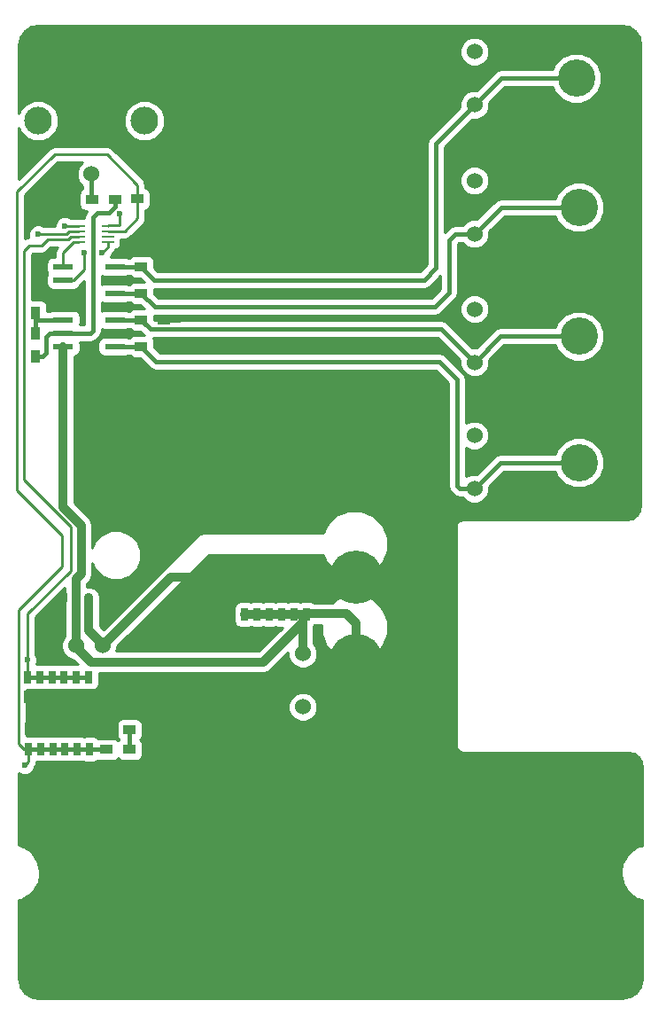
<source format=gbr>
G04 #@! TF.FileFunction,Copper,L1,Top,Signal*
%FSLAX46Y46*%
G04 Gerber Fmt 4.6, Leading zero omitted, Abs format (unit mm)*
G04 Created by KiCad (PCBNEW 4.0.7) date 04/22/18 16:27:13*
%MOMM*%
%LPD*%
G01*
G04 APERTURE LIST*
%ADD10C,0.100000*%
%ADD11C,5.080000*%
%ADD12C,1.524000*%
%ADD13R,0.850000X0.850000*%
%ADD14C,0.850000*%
%ADD15R,0.750000X1.200000*%
%ADD16R,1.200000X0.900000*%
%ADD17C,2.641600*%
%ADD18R,0.900000X1.200000*%
%ADD19R,1.981200X0.558800*%
%ADD20R,1.168400X0.254000*%
%ADD21C,3.810000*%
%ADD22C,3.556000*%
%ADD23C,0.600000*%
%ADD24C,0.812800*%
%ADD25C,0.406400*%
%ADD26C,0.254000*%
G04 APERTURE END LIST*
D10*
D11*
X142748000Y-167261000D03*
X142748000Y-175260000D03*
X142748000Y-183261000D03*
D12*
X137703560Y-174594520D03*
X137703560Y-177134520D03*
X137703560Y-179674520D03*
X118567200Y-173812200D03*
X116027200Y-173812200D03*
X113487200Y-173812200D03*
D13*
X114757200Y-169265600D03*
D14*
X116007200Y-169265600D03*
X117257200Y-169265600D03*
D15*
X112631220Y-183680140D03*
X112631220Y-181780140D03*
X112552480Y-176816980D03*
X112552480Y-178716980D03*
X133324600Y-170825200D03*
X133324600Y-168925200D03*
X114968020Y-183680140D03*
X114968020Y-181780140D03*
X111384080Y-176816980D03*
X111384080Y-178716980D03*
X134493000Y-170825200D03*
X134493000Y-168925200D03*
X113799620Y-183680140D03*
X113799620Y-181780140D03*
X117200680Y-176816980D03*
X117200680Y-178716980D03*
X135661400Y-170825200D03*
X135661400Y-168925200D03*
X117304820Y-183705540D03*
X117304820Y-181805540D03*
X113720880Y-176816980D03*
X113720880Y-178716980D03*
X136829800Y-170825200D03*
X136829800Y-168925200D03*
X116136420Y-183680140D03*
X116136420Y-181780140D03*
X114863880Y-176816980D03*
X114863880Y-178716980D03*
X138023600Y-170825200D03*
X138023600Y-168925200D03*
X111462820Y-183680140D03*
X111462820Y-181780140D03*
X116032280Y-176816980D03*
X116032280Y-178716980D03*
X132130800Y-170850600D03*
X132130800Y-168950600D03*
D16*
X118945300Y-181864000D03*
X121145300Y-181864000D03*
D12*
X117475000Y-128778000D03*
X114935000Y-128778000D03*
D17*
X112395000Y-123698000D03*
X122555000Y-123698000D03*
D16*
X122255100Y-145249900D03*
X124455100Y-145249900D03*
X122255100Y-142709900D03*
X124455100Y-142709900D03*
X122255100Y-140169900D03*
X124455100Y-140169900D03*
X122255100Y-137629900D03*
X124455100Y-137629900D03*
X121145300Y-183743600D03*
X118945300Y-183743600D03*
X124091880Y-131150360D03*
X121891880Y-131150360D03*
D18*
X112179100Y-146222900D03*
X112179100Y-144022900D03*
X112179100Y-142031900D03*
X112179100Y-139831900D03*
D16*
X119743400Y-131216400D03*
X117543400Y-131216400D03*
D19*
X119722900Y-145249900D03*
X119722900Y-143979900D03*
X119722900Y-142709900D03*
X119722900Y-141439900D03*
X119722900Y-140169900D03*
X119722900Y-138899900D03*
X119722900Y-137629900D03*
X114795300Y-137629900D03*
X114795300Y-138899900D03*
X114795300Y-140169900D03*
X114795300Y-141439900D03*
X114795300Y-142709900D03*
X114795300Y-143979900D03*
X114795300Y-145249900D03*
D20*
X119062500Y-135243001D03*
X119062500Y-134743000D03*
X119062500Y-134243000D03*
X119062500Y-133742999D03*
X116319300Y-133742999D03*
X116319300Y-134243000D03*
X116319300Y-134743000D03*
X116319300Y-135243001D03*
D21*
X160909000Y-128778000D03*
D22*
X164084000Y-131953000D03*
D21*
X167259000Y-128778000D03*
X160909000Y-135128000D03*
X167259000Y-135128000D03*
X160909000Y-141097000D03*
D22*
X164084000Y-144272000D03*
D21*
X167259000Y-141097000D03*
X160909000Y-147447000D03*
X167259000Y-147447000D03*
X160909000Y-153162000D03*
D22*
X164084000Y-156337000D03*
D21*
X167259000Y-153162000D03*
X160909000Y-159512000D03*
X167259000Y-159512000D03*
X160655000Y-116459000D03*
D22*
X163830000Y-119634000D03*
D21*
X167005000Y-116459000D03*
X160655000Y-122809000D03*
X167005000Y-122809000D03*
D12*
X154114500Y-122174000D03*
X154114500Y-119634000D03*
X154114500Y-117094000D03*
X154114500Y-134493000D03*
X154114500Y-131953000D03*
X154114500Y-129413000D03*
X154114500Y-146748500D03*
X154114500Y-144208500D03*
X154114500Y-141668500D03*
X154114500Y-158813500D03*
X154114500Y-156273500D03*
X154114500Y-153733500D03*
D23*
X129641600Y-168960800D03*
X125933200Y-131140200D03*
X112191800Y-137464800D03*
X126060200Y-142494000D03*
X136347200Y-140157200D03*
X126415800Y-137617200D03*
X126415800Y-145211800D03*
X111130080Y-185257440D03*
X111384080Y-175158400D03*
X112392460Y-134543800D03*
X114940080Y-133731000D03*
X120167400Y-132603240D03*
X116761260Y-136291320D03*
X118521480Y-136319260D03*
D24*
X118567200Y-173812200D02*
X125118400Y-167261000D01*
X125118400Y-167261000D02*
X142748000Y-167261000D01*
X118567200Y-173812200D02*
X118567200Y-173695360D01*
X118567200Y-173695360D02*
X117257200Y-172385360D01*
X117257200Y-172385360D02*
X117257200Y-169265600D01*
X138023600Y-170825200D02*
X138059200Y-170789600D01*
X138059200Y-170789600D02*
X141869702Y-170789600D01*
X141869702Y-170789600D02*
X142748000Y-171667898D01*
X142748000Y-171667898D02*
X142748000Y-175260000D01*
X116007200Y-169265600D02*
X116007200Y-167456800D01*
X114795300Y-160591500D02*
X114795300Y-145249900D01*
X116535200Y-162331400D02*
X114795300Y-160591500D01*
X116535200Y-166928800D02*
X116535200Y-162331400D01*
X116007200Y-167456800D02*
X116535200Y-166928800D01*
X116027200Y-173812200D02*
X116027200Y-173946820D01*
X116027200Y-173946820D02*
X117454680Y-175374300D01*
X133921500Y-175374300D02*
X137703560Y-171592240D01*
X117454680Y-175374300D02*
X133921500Y-175374300D01*
X137703560Y-174594520D02*
X137703560Y-171592240D01*
X137703560Y-171592240D02*
X137703560Y-171145240D01*
X137703560Y-171145240D02*
X138023600Y-170825200D01*
X116007200Y-169265600D02*
X116007200Y-173792200D01*
X116007200Y-173792200D02*
X116027200Y-173812200D01*
X132130800Y-170850600D02*
X133299200Y-170850600D01*
X133299200Y-170850600D02*
X133324600Y-170825200D01*
X133324600Y-170825200D02*
X135661400Y-170825200D01*
X135661400Y-170825200D02*
X136829800Y-170825200D01*
X136829800Y-170825200D02*
X138023600Y-170825200D01*
D25*
X132130800Y-168950600D02*
X129651800Y-168950600D01*
X129651800Y-168950600D02*
X129641600Y-168960800D01*
D26*
X124091880Y-131150360D02*
X125923040Y-131150360D01*
X125923040Y-131150360D02*
X125933200Y-131140200D01*
X112179100Y-139831900D02*
X112179100Y-137477500D01*
X112179100Y-137477500D02*
X112191800Y-137464800D01*
D25*
X124455100Y-142709900D02*
X125844300Y-142709900D01*
X125844300Y-142709900D02*
X126060200Y-142494000D01*
X124455100Y-142709900D02*
X125461500Y-142709900D01*
X124455100Y-140169900D02*
X136334500Y-140169900D01*
X136334500Y-140169900D02*
X136347200Y-140157200D01*
X124455100Y-137629900D02*
X126403100Y-137629900D01*
X126403100Y-137629900D02*
X126415800Y-137617200D01*
X124455100Y-145249900D02*
X126377700Y-145249900D01*
X126377700Y-145249900D02*
X126415800Y-145211800D01*
X111462820Y-183680140D02*
X112631220Y-183680140D01*
X112631220Y-183680140D02*
X113799620Y-183680140D01*
X113799620Y-183680140D02*
X114968020Y-183680140D01*
X114968020Y-183680140D02*
X116136420Y-183680140D01*
X116136420Y-183680140D02*
X116161820Y-183705540D01*
X116161820Y-183705540D02*
X118907240Y-183705540D01*
X118907240Y-183705540D02*
X118945300Y-183743600D01*
D26*
X111462820Y-183680140D02*
X111462820Y-184924700D01*
X111462820Y-184924700D02*
X111130080Y-185257440D01*
X121891880Y-131150360D02*
X121891880Y-133022520D01*
X120671400Y-134243000D02*
X119062500Y-134243000D01*
X121891880Y-133022520D02*
X120671400Y-134243000D01*
X113967260Y-126903480D02*
X118968520Y-126903480D01*
X110380780Y-130489960D02*
X113967260Y-126903480D01*
X110380780Y-136108440D02*
X110380780Y-130489960D01*
X121891880Y-129826840D02*
X121891880Y-131150360D01*
X118968520Y-126903480D02*
X121891880Y-129826840D01*
X110528100Y-159143700D02*
X110528100Y-159138620D01*
X111015820Y-183680140D02*
X110530640Y-183194960D01*
X110530640Y-183194960D02*
X110530640Y-170535600D01*
X111462820Y-183680140D02*
X111015820Y-183680140D01*
X110530640Y-170380660D02*
X114642900Y-166268400D01*
X114642900Y-166268400D02*
X114642900Y-163258500D01*
X114642900Y-163258500D02*
X110528100Y-159143700D01*
X110530640Y-170535600D02*
X110530640Y-170380660D01*
X110380780Y-158991300D02*
X110380780Y-136108440D01*
X110380780Y-136108440D02*
X110380780Y-136098280D01*
X110528100Y-159138620D02*
X110380780Y-158991300D01*
X121706640Y-131335600D02*
X121891880Y-131150360D01*
X111005620Y-157972760D02*
X111005620Y-136144000D01*
X112707420Y-135577580D02*
X111572040Y-135577580D01*
X111572040Y-135577580D02*
X111005620Y-136144000D01*
X111384080Y-175158400D02*
X111384080Y-170784520D01*
X111384080Y-170784520D02*
X115519200Y-166649400D01*
X115519200Y-166649400D02*
X115519200Y-162486340D01*
X115519200Y-162486340D02*
X111005620Y-157972760D01*
X115265297Y-134997810D02*
X115520107Y-134743000D01*
X115520107Y-134743000D02*
X116319300Y-134743000D01*
X113287190Y-134997810D02*
X115265297Y-134997810D01*
X112707420Y-135577580D02*
X113287190Y-134997810D01*
D25*
X111384080Y-176816980D02*
X112552480Y-176816980D01*
X112552480Y-176816980D02*
X113720880Y-176816980D01*
X113720880Y-176816980D02*
X114863880Y-176816980D01*
X114863880Y-176816980D02*
X116032280Y-176816980D01*
X116032280Y-176816980D02*
X117200680Y-176816980D01*
D26*
X116319300Y-134743000D02*
X115640040Y-134743000D01*
X111384080Y-176816980D02*
X111384080Y-175158400D01*
D25*
X121145300Y-183743600D02*
X121145300Y-181864000D01*
X152463500Y-158559500D02*
X152717500Y-158813500D01*
X152717500Y-158813500D02*
X154114500Y-158813500D01*
X152463500Y-148399500D02*
X152463500Y-158559500D01*
X150749000Y-146685000D02*
X152463500Y-148399500D01*
X123690200Y-146685000D02*
X150749000Y-146685000D01*
X154114500Y-158813500D02*
X156591000Y-156337000D01*
X156591000Y-156337000D02*
X164084000Y-156337000D01*
X123690200Y-146685000D02*
X122255100Y-145249900D01*
X122255100Y-145249900D02*
X119722900Y-145249900D01*
X123118700Y-143573500D02*
X150939500Y-143573500D01*
X150939500Y-143573500D02*
X154114500Y-146748500D01*
X154114500Y-146748500D02*
X156591000Y-144272000D01*
X156591000Y-144272000D02*
X164084000Y-144272000D01*
X123118700Y-143573500D02*
X122255100Y-142709900D01*
X119722900Y-142709900D02*
X122255100Y-142709900D01*
X122255100Y-140169900D02*
X123542880Y-141457680D01*
X123542880Y-141457680D02*
X150324820Y-141457680D01*
X150324820Y-141457680D02*
X151701500Y-140081000D01*
X151701500Y-140081000D02*
X151701500Y-135064500D01*
X151701500Y-135064500D02*
X152273000Y-134493000D01*
X152273000Y-134493000D02*
X154114500Y-134493000D01*
X154114500Y-134493000D02*
X156654500Y-131953000D01*
X156654500Y-131953000D02*
X164084000Y-131953000D01*
X119722900Y-140169900D02*
X122255100Y-140169900D01*
X150431500Y-137731500D02*
X150431500Y-125857000D01*
X150431500Y-125857000D02*
X154114500Y-122174000D01*
X149273260Y-138889740D02*
X150431500Y-137731500D01*
X123514940Y-138889740D02*
X149273260Y-138889740D01*
X154114500Y-122174000D02*
X156654500Y-119634000D01*
X156654500Y-119634000D02*
X163830000Y-119634000D01*
X123514940Y-138889740D02*
X122255100Y-137629900D01*
X119722900Y-137629900D02*
X122255100Y-137629900D01*
D26*
X115378040Y-134243000D02*
X115077240Y-134543800D01*
X115077240Y-134543800D02*
X112392460Y-134543800D01*
X116319300Y-134243000D02*
X115378040Y-134243000D01*
D25*
X114795300Y-143979900D02*
X117348000Y-143979900D01*
X119743400Y-131907100D02*
X119743400Y-131216400D01*
X119176800Y-132473700D02*
X119743400Y-131907100D01*
X118071900Y-132473700D02*
X119176800Y-132473700D01*
X117614700Y-132930900D02*
X118071900Y-132473700D01*
X117614700Y-143713200D02*
X117614700Y-132930900D01*
X117348000Y-143979900D02*
X117614700Y-143713200D01*
X114795300Y-143979900D02*
X113535460Y-143979900D01*
X112816460Y-146222900D02*
X112179100Y-146222900D01*
X113141760Y-145897600D02*
X112816460Y-146222900D01*
X113141760Y-144373600D02*
X113141760Y-145897600D01*
X113535460Y-143979900D02*
X113141760Y-144373600D01*
X114795300Y-142709900D02*
X112181640Y-142709900D01*
X112181640Y-142709900D02*
X112179100Y-142707360D01*
X112179100Y-142031900D02*
X112179100Y-142707360D01*
X112179100Y-142707360D02*
X112179100Y-144022900D01*
X117475000Y-128778000D02*
X117475000Y-131148000D01*
X117475000Y-131148000D02*
X117543400Y-131216400D01*
D26*
X114952079Y-133742999D02*
X114940080Y-133731000D01*
X116319300Y-133742999D02*
X114952079Y-133742999D01*
X119111461Y-133694038D02*
X120167400Y-133694038D01*
X120167400Y-133694038D02*
X120167400Y-132603240D01*
X119111461Y-133694038D02*
X119062500Y-133742999D01*
X116319300Y-135243001D02*
X115820759Y-135243001D01*
X115820759Y-135243001D02*
X114795300Y-136268460D01*
X114795300Y-136268460D02*
X114795300Y-137629900D01*
X114795300Y-138899900D02*
X115773200Y-138899900D01*
X115773200Y-138899900D02*
X116761260Y-137911840D01*
X116761260Y-137911840D02*
X116761260Y-136291320D01*
X118521480Y-136319260D02*
X119062500Y-135778240D01*
X119062500Y-135778240D02*
X119062500Y-135243001D01*
G36*
X168868389Y-114730352D02*
X169457570Y-115124030D01*
X169851248Y-115713211D01*
X170003400Y-116478131D01*
X170003400Y-160360950D01*
X169896228Y-160937298D01*
X169617962Y-161365236D01*
X169197113Y-161654112D01*
X168632387Y-161773800D01*
X153035000Y-161773800D01*
X152763295Y-161827846D01*
X152532954Y-161981754D01*
X152379046Y-162212095D01*
X152325000Y-162483800D01*
X152325000Y-183311800D01*
X152379046Y-183583505D01*
X152532954Y-183813846D01*
X152763295Y-183967754D01*
X153035000Y-184021800D01*
X168817622Y-184021800D01*
X169359736Y-184165300D01*
X169766830Y-184475718D01*
X170024140Y-184918289D01*
X170105256Y-185520315D01*
X170105000Y-185521600D01*
X170105000Y-192891123D01*
X169866714Y-192941625D01*
X169646380Y-193036134D01*
X169612118Y-193050830D01*
X168958396Y-193499553D01*
X168860475Y-193599953D01*
X168764972Y-193697874D01*
X168332730Y-194362608D01*
X168332730Y-194362609D01*
X168229923Y-194619854D01*
X168095111Y-195344842D01*
X168086643Y-195365286D01*
X168086643Y-195390382D01*
X168084966Y-195399400D01*
X168086642Y-195533495D01*
X168086642Y-195642314D01*
X168088094Y-195649614D01*
X168088429Y-195676407D01*
X168097743Y-195698121D01*
X168241319Y-196419927D01*
X168289247Y-196535634D01*
X168347334Y-196675868D01*
X168787816Y-197335096D01*
X168983704Y-197530984D01*
X169642932Y-197971467D01*
X169770903Y-198024474D01*
X169898873Y-198077481D01*
X170105000Y-198118482D01*
X170105000Y-205593869D01*
X169952848Y-206358789D01*
X169559170Y-206947970D01*
X168969989Y-207341648D01*
X168205069Y-207493800D01*
X112508568Y-207493800D01*
X111845421Y-207375625D01*
X111728259Y-207352320D01*
X111136414Y-206973757D01*
X110730919Y-206392403D01*
X110603164Y-205811133D01*
X110565000Y-205619273D01*
X110565000Y-198116477D01*
X110803286Y-198065975D01*
X110930584Y-198011372D01*
X111057882Y-197956770D01*
X111711604Y-197508047D01*
X111880284Y-197335096D01*
X111905028Y-197309726D01*
X112337271Y-196644991D01*
X112440077Y-196387746D01*
X112574889Y-195662756D01*
X112583357Y-195642313D01*
X112583357Y-195617219D01*
X112585034Y-195608200D01*
X112583357Y-195474056D01*
X112583357Y-195365285D01*
X112581906Y-195357990D01*
X112581571Y-195331193D01*
X112572256Y-195309476D01*
X112428681Y-194587673D01*
X112375673Y-194459702D01*
X112322667Y-194331732D01*
X111882184Y-193672504D01*
X111686296Y-193476616D01*
X111027068Y-193036134D01*
X110952104Y-193005083D01*
X110771127Y-192930119D01*
X110565000Y-192889118D01*
X110565000Y-186014818D01*
X110599753Y-186049632D01*
X110943281Y-186192278D01*
X111315247Y-186192602D01*
X111659023Y-186050557D01*
X111922272Y-185787767D01*
X112064918Y-185444239D01*
X112064984Y-185368708D01*
X112166816Y-185216305D01*
X112187159Y-185114032D01*
X112224820Y-184924700D01*
X112224820Y-184921221D01*
X112256220Y-184927580D01*
X113006220Y-184927580D01*
X113223100Y-184886771D01*
X113424620Y-184927580D01*
X114174620Y-184927580D01*
X114391500Y-184886771D01*
X114593020Y-184927580D01*
X115343020Y-184927580D01*
X115559900Y-184886771D01*
X115761420Y-184927580D01*
X116511420Y-184927580D01*
X116671364Y-184897484D01*
X116677930Y-184901971D01*
X116929820Y-184952980D01*
X117679820Y-184952980D01*
X117915137Y-184908702D01*
X118098086Y-184790978D01*
X118345300Y-184841040D01*
X119545300Y-184841040D01*
X119780617Y-184796762D01*
X119996741Y-184657690D01*
X120044434Y-184587889D01*
X120081210Y-184645041D01*
X120293410Y-184790031D01*
X120545300Y-184841040D01*
X121745300Y-184841040D01*
X121980617Y-184796762D01*
X122196741Y-184657690D01*
X122341731Y-184445490D01*
X122392740Y-184193600D01*
X122392740Y-183293600D01*
X122348462Y-183058283D01*
X122209390Y-182842159D01*
X122154965Y-182804972D01*
X122196741Y-182778090D01*
X122341731Y-182565890D01*
X122392740Y-182314000D01*
X122392740Y-181414000D01*
X122348462Y-181178683D01*
X122209390Y-180962559D01*
X121997190Y-180817569D01*
X121745300Y-180766560D01*
X120545300Y-180766560D01*
X120309983Y-180810838D01*
X120093859Y-180949910D01*
X119948869Y-181162110D01*
X119897860Y-181414000D01*
X119897860Y-182314000D01*
X119942138Y-182549317D01*
X120081210Y-182765441D01*
X120135635Y-182802628D01*
X120093859Y-182829510D01*
X120046166Y-182899311D01*
X120009390Y-182842159D01*
X119797190Y-182697169D01*
X119545300Y-182646160D01*
X118345300Y-182646160D01*
X118161104Y-182680819D01*
X118143910Y-182654099D01*
X117931710Y-182509109D01*
X117679820Y-182458100D01*
X116929820Y-182458100D01*
X116769876Y-182488196D01*
X116763310Y-182483709D01*
X116511420Y-182432700D01*
X115761420Y-182432700D01*
X115544540Y-182473509D01*
X115343020Y-182432700D01*
X114593020Y-182432700D01*
X114376140Y-182473509D01*
X114174620Y-182432700D01*
X113424620Y-182432700D01*
X113207740Y-182473509D01*
X113006220Y-182432700D01*
X112256220Y-182432700D01*
X112039340Y-182473509D01*
X111837820Y-182432700D01*
X111292640Y-182432700D01*
X111292640Y-179951181D01*
X136306318Y-179951181D01*
X136518550Y-180464823D01*
X136911190Y-180858149D01*
X137424460Y-181071277D01*
X137980221Y-181071762D01*
X138493863Y-180859530D01*
X138887189Y-180466890D01*
X139100317Y-179953620D01*
X139100802Y-179397859D01*
X138888570Y-178884217D01*
X138495930Y-178490891D01*
X137982660Y-178277763D01*
X137426899Y-178277278D01*
X136913257Y-178489510D01*
X136519931Y-178882150D01*
X136306803Y-179395420D01*
X136306318Y-179951181D01*
X111292640Y-179951181D01*
X111292640Y-178064420D01*
X111759080Y-178064420D01*
X111975960Y-178023611D01*
X112177480Y-178064420D01*
X112927480Y-178064420D01*
X113144360Y-178023611D01*
X113345880Y-178064420D01*
X114095880Y-178064420D01*
X114299594Y-178026089D01*
X114488880Y-178064420D01*
X115238880Y-178064420D01*
X115455760Y-178023611D01*
X115657280Y-178064420D01*
X116407280Y-178064420D01*
X116624160Y-178023611D01*
X116825680Y-178064420D01*
X117575680Y-178064420D01*
X117810997Y-178020142D01*
X118027121Y-177881070D01*
X118172111Y-177668870D01*
X118223120Y-177416980D01*
X118223120Y-176415700D01*
X133921500Y-176415700D01*
X134320027Y-176336428D01*
X134657881Y-176110681D01*
X136306675Y-174461887D01*
X136306318Y-174871181D01*
X136518550Y-175384823D01*
X136911190Y-175778149D01*
X137424460Y-175991277D01*
X137980221Y-175991762D01*
X138493863Y-175779530D01*
X138887189Y-175386890D01*
X139100317Y-174873620D01*
X139100802Y-174317859D01*
X138888570Y-173804217D01*
X138744960Y-173660356D01*
X138744960Y-171956908D01*
X138850041Y-171889290D01*
X138889869Y-171831000D01*
X139471619Y-171831000D01*
X139470850Y-172712776D01*
X139953196Y-173880143D01*
X140845559Y-174774065D01*
X142012083Y-175258448D01*
X143275176Y-175259550D01*
X144442543Y-174777204D01*
X145336465Y-173884841D01*
X145820848Y-172718317D01*
X145821950Y-171455224D01*
X145339604Y-170287857D01*
X144447241Y-169393935D01*
X143280717Y-168909552D01*
X142017624Y-168908450D01*
X140850257Y-169390796D01*
X140492229Y-169748200D01*
X138825283Y-169748200D01*
X138650490Y-169628769D01*
X138398600Y-169577760D01*
X137648600Y-169577760D01*
X137418554Y-169621046D01*
X137204800Y-169577760D01*
X136454800Y-169577760D01*
X136237920Y-169618569D01*
X136036400Y-169577760D01*
X135286400Y-169577760D01*
X135069520Y-169618569D01*
X134868000Y-169577760D01*
X134118000Y-169577760D01*
X133901120Y-169618569D01*
X133699600Y-169577760D01*
X132949600Y-169577760D01*
X132714283Y-169622038D01*
X132686693Y-169639792D01*
X132505800Y-169603160D01*
X131755800Y-169603160D01*
X131520483Y-169647438D01*
X131304359Y-169786510D01*
X131159369Y-169998710D01*
X131108360Y-170250600D01*
X131108360Y-170755282D01*
X131089400Y-170850600D01*
X131108360Y-170945918D01*
X131108360Y-171450600D01*
X131152638Y-171685917D01*
X131291710Y-171902041D01*
X131503910Y-172047031D01*
X131755800Y-172098040D01*
X132505800Y-172098040D01*
X132741117Y-172053762D01*
X132768707Y-172036008D01*
X132949600Y-172072640D01*
X133699600Y-172072640D01*
X133916480Y-172031831D01*
X134118000Y-172072640D01*
X134868000Y-172072640D01*
X135084880Y-172031831D01*
X135286400Y-172072640D01*
X135750398Y-172072640D01*
X133490138Y-174332900D01*
X119863636Y-174332900D01*
X119963957Y-174091300D01*
X119964134Y-173888028D01*
X128725762Y-165126400D01*
X139641343Y-165126400D01*
X139953196Y-165881143D01*
X140845559Y-166775065D01*
X142012083Y-167259448D01*
X143275176Y-167260550D01*
X144442543Y-166778204D01*
X145336465Y-165885841D01*
X145820848Y-164719317D01*
X145821950Y-163456224D01*
X145339604Y-162288857D01*
X144447241Y-161394935D01*
X143280717Y-160910552D01*
X142017624Y-160909450D01*
X140850257Y-161391796D01*
X139956335Y-162284159D01*
X139640988Y-163043600D01*
X128294400Y-163043600D01*
X127895873Y-163122872D01*
X127558019Y-163348619D01*
X118625620Y-172281018D01*
X118298600Y-171953998D01*
X118298600Y-169521723D01*
X118317016Y-169477372D01*
X118317384Y-169055678D01*
X118156349Y-168665942D01*
X117858426Y-168367499D01*
X117468972Y-168205784D01*
X117048600Y-168205417D01*
X117048600Y-167888162D01*
X117271581Y-167665181D01*
X117497329Y-167327326D01*
X117576600Y-166928800D01*
X117576600Y-165885129D01*
X117835323Y-166511286D01*
X118498622Y-167175744D01*
X119365708Y-167535789D01*
X120304573Y-167536609D01*
X121172286Y-167178077D01*
X121836744Y-166514778D01*
X122196789Y-165647692D01*
X122197609Y-164708827D01*
X121839077Y-163841114D01*
X121175778Y-163176656D01*
X120308692Y-162816611D01*
X119369827Y-162815791D01*
X118502114Y-163174323D01*
X117837656Y-163837622D01*
X117576600Y-164466316D01*
X117576600Y-162331400D01*
X117497328Y-161932873D01*
X117271581Y-161595019D01*
X115836700Y-160160138D01*
X115836700Y-146167181D01*
X116021217Y-146132462D01*
X116237341Y-145993390D01*
X116382331Y-145781190D01*
X116433340Y-145529300D01*
X116433340Y-144970500D01*
X116404664Y-144818100D01*
X117348000Y-144818100D01*
X117668766Y-144754296D01*
X117940697Y-144572597D01*
X118207397Y-144305897D01*
X118389096Y-144033965D01*
X118452900Y-143713200D01*
X118452900Y-143566934D01*
X118480410Y-143585731D01*
X118732300Y-143636740D01*
X120713500Y-143636740D01*
X120948817Y-143592462D01*
X121017757Y-143548100D01*
X121150316Y-143548100D01*
X121191010Y-143611341D01*
X121403210Y-143756331D01*
X121655100Y-143807340D01*
X122167146Y-143807340D01*
X122512266Y-144152460D01*
X121655100Y-144152460D01*
X121419783Y-144196738D01*
X121203659Y-144335810D01*
X121151806Y-144411700D01*
X121020465Y-144411700D01*
X120965390Y-144374069D01*
X120713500Y-144323060D01*
X118732300Y-144323060D01*
X118496983Y-144367338D01*
X118280859Y-144506410D01*
X118135869Y-144718610D01*
X118084860Y-144970500D01*
X118084860Y-145529300D01*
X118129138Y-145764617D01*
X118268210Y-145980741D01*
X118480410Y-146125731D01*
X118732300Y-146176740D01*
X120713500Y-146176740D01*
X120948817Y-146132462D01*
X121017757Y-146088100D01*
X121150316Y-146088100D01*
X121191010Y-146151341D01*
X121403210Y-146296331D01*
X121655100Y-146347340D01*
X122167146Y-146347340D01*
X123097503Y-147277697D01*
X123369435Y-147459396D01*
X123690200Y-147523200D01*
X150401806Y-147523200D01*
X151625300Y-148746694D01*
X151625300Y-158559500D01*
X151689104Y-158880266D01*
X151870803Y-159152197D01*
X152124803Y-159406197D01*
X152396734Y-159587896D01*
X152717500Y-159651700D01*
X152977303Y-159651700D01*
X153322130Y-159997129D01*
X153835400Y-160210257D01*
X154391161Y-160210742D01*
X154904803Y-159998510D01*
X155298129Y-159605870D01*
X155511257Y-159092600D01*
X155511685Y-158601709D01*
X156938194Y-157175200D01*
X161819468Y-157175200D01*
X162037166Y-157702069D01*
X162715361Y-158381449D01*
X163601919Y-158749580D01*
X164561870Y-158750417D01*
X165449069Y-158383834D01*
X166128449Y-157705639D01*
X166496580Y-156819081D01*
X166497417Y-155859130D01*
X166130834Y-154971931D01*
X165452639Y-154292551D01*
X164566081Y-153924420D01*
X163606130Y-153923583D01*
X162718931Y-154290166D01*
X162039551Y-154968361D01*
X161819294Y-155498800D01*
X156591000Y-155498800D01*
X156270235Y-155562604D01*
X155998303Y-155744303D01*
X154325922Y-157416684D01*
X153837839Y-157416258D01*
X153324197Y-157628490D01*
X153301700Y-157650948D01*
X153301700Y-154896663D01*
X153322130Y-154917129D01*
X153835400Y-155130257D01*
X154391161Y-155130742D01*
X154904803Y-154918510D01*
X155298129Y-154525870D01*
X155511257Y-154012600D01*
X155511742Y-153456839D01*
X155299510Y-152943197D01*
X154906870Y-152549871D01*
X154393600Y-152336743D01*
X153837839Y-152336258D01*
X153324197Y-152548490D01*
X153301700Y-152570948D01*
X153301700Y-148399500D01*
X153237896Y-148078734D01*
X153056197Y-147806803D01*
X151341697Y-146092303D01*
X151069766Y-145910604D01*
X150749000Y-145846800D01*
X124037394Y-145846800D01*
X123502540Y-145311946D01*
X123502540Y-144799900D01*
X123458262Y-144564583D01*
X123359884Y-144411700D01*
X150592306Y-144411700D01*
X152717684Y-146537078D01*
X152717258Y-147025161D01*
X152929490Y-147538803D01*
X153322130Y-147932129D01*
X153835400Y-148145257D01*
X154391161Y-148145742D01*
X154904803Y-147933510D01*
X155298129Y-147540870D01*
X155511257Y-147027600D01*
X155511685Y-146536709D01*
X156938194Y-145110200D01*
X161819468Y-145110200D01*
X162037166Y-145637069D01*
X162715361Y-146316449D01*
X163601919Y-146684580D01*
X164561870Y-146685417D01*
X165449069Y-146318834D01*
X166128449Y-145640639D01*
X166496580Y-144754081D01*
X166497417Y-143794130D01*
X166130834Y-142906931D01*
X165452639Y-142227551D01*
X164566081Y-141859420D01*
X163606130Y-141858583D01*
X162718931Y-142225166D01*
X162039551Y-142903361D01*
X161819294Y-143433800D01*
X156591000Y-143433800D01*
X156270235Y-143497604D01*
X155998303Y-143679303D01*
X154325922Y-145351684D01*
X153902709Y-145351315D01*
X151532197Y-142980803D01*
X151260266Y-142799104D01*
X150939500Y-142735300D01*
X123502540Y-142735300D01*
X123502540Y-142287856D01*
X123542880Y-142295880D01*
X150324820Y-142295880D01*
X150645586Y-142232076D01*
X150917517Y-142050377D01*
X151022733Y-141945161D01*
X152717258Y-141945161D01*
X152929490Y-142458803D01*
X153322130Y-142852129D01*
X153835400Y-143065257D01*
X154391161Y-143065742D01*
X154904803Y-142853510D01*
X155298129Y-142460870D01*
X155511257Y-141947600D01*
X155511742Y-141391839D01*
X155299510Y-140878197D01*
X154906870Y-140484871D01*
X154393600Y-140271743D01*
X153837839Y-140271258D01*
X153324197Y-140483490D01*
X152930871Y-140876130D01*
X152717743Y-141389400D01*
X152717258Y-141945161D01*
X151022733Y-141945161D01*
X152294197Y-140673697D01*
X152475896Y-140401765D01*
X152539700Y-140081000D01*
X152539700Y-135411694D01*
X152620194Y-135331200D01*
X152977303Y-135331200D01*
X153322130Y-135676629D01*
X153835400Y-135889757D01*
X154391161Y-135890242D01*
X154904803Y-135678010D01*
X155298129Y-135285370D01*
X155511257Y-134772100D01*
X155511685Y-134281209D01*
X157001694Y-132791200D01*
X161819468Y-132791200D01*
X162037166Y-133318069D01*
X162715361Y-133997449D01*
X163601919Y-134365580D01*
X164561870Y-134366417D01*
X165449069Y-133999834D01*
X166128449Y-133321639D01*
X166496580Y-132435081D01*
X166497417Y-131475130D01*
X166130834Y-130587931D01*
X165452639Y-129908551D01*
X164566081Y-129540420D01*
X163606130Y-129539583D01*
X162718931Y-129906166D01*
X162039551Y-130584361D01*
X161819294Y-131114800D01*
X156654500Y-131114800D01*
X156333735Y-131178604D01*
X156130497Y-131314403D01*
X156061803Y-131360303D01*
X154325922Y-133096184D01*
X153837839Y-133095758D01*
X153324197Y-133307990D01*
X152976781Y-133654800D01*
X152273000Y-133654800D01*
X151952234Y-133718604D01*
X151680303Y-133900303D01*
X151269700Y-134310906D01*
X151269700Y-129689661D01*
X152717258Y-129689661D01*
X152929490Y-130203303D01*
X153322130Y-130596629D01*
X153835400Y-130809757D01*
X154391161Y-130810242D01*
X154904803Y-130598010D01*
X155298129Y-130205370D01*
X155511257Y-129692100D01*
X155511742Y-129136339D01*
X155299510Y-128622697D01*
X154906870Y-128229371D01*
X154393600Y-128016243D01*
X153837839Y-128015758D01*
X153324197Y-128227990D01*
X152930871Y-128620630D01*
X152717743Y-129133900D01*
X152717258Y-129689661D01*
X151269700Y-129689661D01*
X151269700Y-126204194D01*
X153903078Y-123570816D01*
X154391161Y-123571242D01*
X154904803Y-123359010D01*
X155298129Y-122966370D01*
X155511257Y-122453100D01*
X155511685Y-121962209D01*
X157001694Y-120472200D01*
X161565468Y-120472200D01*
X161783166Y-120999069D01*
X162461361Y-121678449D01*
X163347919Y-122046580D01*
X164307870Y-122047417D01*
X165195069Y-121680834D01*
X165874449Y-121002639D01*
X166242580Y-120116081D01*
X166243417Y-119156130D01*
X165876834Y-118268931D01*
X165198639Y-117589551D01*
X164312081Y-117221420D01*
X163352130Y-117220583D01*
X162464931Y-117587166D01*
X161785551Y-118265361D01*
X161565294Y-118795800D01*
X156654500Y-118795800D01*
X156333735Y-118859604D01*
X156333733Y-118859605D01*
X156333734Y-118859605D01*
X156061803Y-119041303D01*
X154325922Y-120777184D01*
X153837839Y-120776758D01*
X153324197Y-120988990D01*
X152930871Y-121381630D01*
X152717743Y-121894900D01*
X152717315Y-122385791D01*
X149838803Y-125264303D01*
X149657104Y-125536234D01*
X149657104Y-125536235D01*
X149593300Y-125857000D01*
X149593300Y-137384306D01*
X148926066Y-138051540D01*
X123862134Y-138051540D01*
X123502540Y-137691946D01*
X123502540Y-137179900D01*
X123458262Y-136944583D01*
X123319190Y-136728459D01*
X123106990Y-136583469D01*
X122855100Y-136532460D01*
X121655100Y-136532460D01*
X121419783Y-136576738D01*
X121203659Y-136715810D01*
X121151806Y-136791700D01*
X121020465Y-136791700D01*
X120965390Y-136754069D01*
X120713500Y-136703060D01*
X119374516Y-136703060D01*
X119456318Y-136506059D01*
X119456356Y-136462014D01*
X119601315Y-136317055D01*
X119716947Y-136144000D01*
X119766496Y-136069845D01*
X119781983Y-135991986D01*
X119882017Y-135973163D01*
X120098141Y-135834091D01*
X120243131Y-135621891D01*
X120294140Y-135370001D01*
X120294140Y-135116001D01*
X120273254Y-135005000D01*
X120671400Y-135005000D01*
X120963005Y-134946996D01*
X121210215Y-134781815D01*
X122430695Y-133561336D01*
X122595876Y-133314125D01*
X122609010Y-133248096D01*
X122653880Y-133022520D01*
X122653880Y-132217318D01*
X122727197Y-132203522D01*
X122943321Y-132064450D01*
X123088311Y-131852250D01*
X123139320Y-131600360D01*
X123139320Y-130700360D01*
X123095042Y-130465043D01*
X122955970Y-130248919D01*
X122743770Y-130103929D01*
X122653880Y-130085726D01*
X122653880Y-129826840D01*
X122595876Y-129535235D01*
X122430695Y-129288024D01*
X119507335Y-126364665D01*
X119507334Y-126364664D01*
X119260125Y-126199484D01*
X118968520Y-126141480D01*
X113967260Y-126141480D01*
X113675655Y-126199484D01*
X113576637Y-126265646D01*
X113428445Y-126364664D01*
X110565000Y-129228110D01*
X110565000Y-124390604D01*
X110735987Y-124804424D01*
X111285682Y-125355079D01*
X112004261Y-125653459D01*
X112782326Y-125654138D01*
X113501424Y-125357013D01*
X114052079Y-124807318D01*
X114350459Y-124088739D01*
X114350461Y-124085326D01*
X120598862Y-124085326D01*
X120895987Y-124804424D01*
X121445682Y-125355079D01*
X122164261Y-125653459D01*
X122942326Y-125654138D01*
X123661424Y-125357013D01*
X124212079Y-124807318D01*
X124510459Y-124088739D01*
X124511138Y-123310674D01*
X124214013Y-122591576D01*
X123664318Y-122040921D01*
X122945739Y-121742541D01*
X122167674Y-121741862D01*
X121448576Y-122038987D01*
X120897921Y-122588682D01*
X120599541Y-123307261D01*
X120598862Y-124085326D01*
X114350461Y-124085326D01*
X114351138Y-123310674D01*
X114054013Y-122591576D01*
X113504318Y-122040921D01*
X112785739Y-121742541D01*
X112007674Y-121741862D01*
X111288576Y-122038987D01*
X110737921Y-122588682D01*
X110565000Y-123005122D01*
X110565000Y-117370661D01*
X152717258Y-117370661D01*
X152929490Y-117884303D01*
X153322130Y-118277629D01*
X153835400Y-118490757D01*
X154391161Y-118491242D01*
X154904803Y-118279010D01*
X155298129Y-117886370D01*
X155511257Y-117373100D01*
X155511742Y-116817339D01*
X155299510Y-116303697D01*
X154906870Y-115910371D01*
X154393600Y-115697243D01*
X153837839Y-115696758D01*
X153324197Y-115908990D01*
X152930871Y-116301630D01*
X152717743Y-116814900D01*
X152717258Y-117370661D01*
X110565000Y-117370661D01*
X110565000Y-116478131D01*
X110717152Y-115713211D01*
X111110830Y-115124030D01*
X111700011Y-114730352D01*
X112464931Y-114578200D01*
X168103469Y-114578200D01*
X168868389Y-114730352D01*
X168868389Y-114730352D01*
G37*
X168868389Y-114730352D02*
X169457570Y-115124030D01*
X169851248Y-115713211D01*
X170003400Y-116478131D01*
X170003400Y-160360950D01*
X169896228Y-160937298D01*
X169617962Y-161365236D01*
X169197113Y-161654112D01*
X168632387Y-161773800D01*
X153035000Y-161773800D01*
X152763295Y-161827846D01*
X152532954Y-161981754D01*
X152379046Y-162212095D01*
X152325000Y-162483800D01*
X152325000Y-183311800D01*
X152379046Y-183583505D01*
X152532954Y-183813846D01*
X152763295Y-183967754D01*
X153035000Y-184021800D01*
X168817622Y-184021800D01*
X169359736Y-184165300D01*
X169766830Y-184475718D01*
X170024140Y-184918289D01*
X170105256Y-185520315D01*
X170105000Y-185521600D01*
X170105000Y-192891123D01*
X169866714Y-192941625D01*
X169646380Y-193036134D01*
X169612118Y-193050830D01*
X168958396Y-193499553D01*
X168860475Y-193599953D01*
X168764972Y-193697874D01*
X168332730Y-194362608D01*
X168332730Y-194362609D01*
X168229923Y-194619854D01*
X168095111Y-195344842D01*
X168086643Y-195365286D01*
X168086643Y-195390382D01*
X168084966Y-195399400D01*
X168086642Y-195533495D01*
X168086642Y-195642314D01*
X168088094Y-195649614D01*
X168088429Y-195676407D01*
X168097743Y-195698121D01*
X168241319Y-196419927D01*
X168289247Y-196535634D01*
X168347334Y-196675868D01*
X168787816Y-197335096D01*
X168983704Y-197530984D01*
X169642932Y-197971467D01*
X169770903Y-198024474D01*
X169898873Y-198077481D01*
X170105000Y-198118482D01*
X170105000Y-205593869D01*
X169952848Y-206358789D01*
X169559170Y-206947970D01*
X168969989Y-207341648D01*
X168205069Y-207493800D01*
X112508568Y-207493800D01*
X111845421Y-207375625D01*
X111728259Y-207352320D01*
X111136414Y-206973757D01*
X110730919Y-206392403D01*
X110603164Y-205811133D01*
X110565000Y-205619273D01*
X110565000Y-198116477D01*
X110803286Y-198065975D01*
X110930584Y-198011372D01*
X111057882Y-197956770D01*
X111711604Y-197508047D01*
X111880284Y-197335096D01*
X111905028Y-197309726D01*
X112337271Y-196644991D01*
X112440077Y-196387746D01*
X112574889Y-195662756D01*
X112583357Y-195642313D01*
X112583357Y-195617219D01*
X112585034Y-195608200D01*
X112583357Y-195474056D01*
X112583357Y-195365285D01*
X112581906Y-195357990D01*
X112581571Y-195331193D01*
X112572256Y-195309476D01*
X112428681Y-194587673D01*
X112375673Y-194459702D01*
X112322667Y-194331732D01*
X111882184Y-193672504D01*
X111686296Y-193476616D01*
X111027068Y-193036134D01*
X110952104Y-193005083D01*
X110771127Y-192930119D01*
X110565000Y-192889118D01*
X110565000Y-186014818D01*
X110599753Y-186049632D01*
X110943281Y-186192278D01*
X111315247Y-186192602D01*
X111659023Y-186050557D01*
X111922272Y-185787767D01*
X112064918Y-185444239D01*
X112064984Y-185368708D01*
X112166816Y-185216305D01*
X112187159Y-185114032D01*
X112224820Y-184924700D01*
X112224820Y-184921221D01*
X112256220Y-184927580D01*
X113006220Y-184927580D01*
X113223100Y-184886771D01*
X113424620Y-184927580D01*
X114174620Y-184927580D01*
X114391500Y-184886771D01*
X114593020Y-184927580D01*
X115343020Y-184927580D01*
X115559900Y-184886771D01*
X115761420Y-184927580D01*
X116511420Y-184927580D01*
X116671364Y-184897484D01*
X116677930Y-184901971D01*
X116929820Y-184952980D01*
X117679820Y-184952980D01*
X117915137Y-184908702D01*
X118098086Y-184790978D01*
X118345300Y-184841040D01*
X119545300Y-184841040D01*
X119780617Y-184796762D01*
X119996741Y-184657690D01*
X120044434Y-184587889D01*
X120081210Y-184645041D01*
X120293410Y-184790031D01*
X120545300Y-184841040D01*
X121745300Y-184841040D01*
X121980617Y-184796762D01*
X122196741Y-184657690D01*
X122341731Y-184445490D01*
X122392740Y-184193600D01*
X122392740Y-183293600D01*
X122348462Y-183058283D01*
X122209390Y-182842159D01*
X122154965Y-182804972D01*
X122196741Y-182778090D01*
X122341731Y-182565890D01*
X122392740Y-182314000D01*
X122392740Y-181414000D01*
X122348462Y-181178683D01*
X122209390Y-180962559D01*
X121997190Y-180817569D01*
X121745300Y-180766560D01*
X120545300Y-180766560D01*
X120309983Y-180810838D01*
X120093859Y-180949910D01*
X119948869Y-181162110D01*
X119897860Y-181414000D01*
X119897860Y-182314000D01*
X119942138Y-182549317D01*
X120081210Y-182765441D01*
X120135635Y-182802628D01*
X120093859Y-182829510D01*
X120046166Y-182899311D01*
X120009390Y-182842159D01*
X119797190Y-182697169D01*
X119545300Y-182646160D01*
X118345300Y-182646160D01*
X118161104Y-182680819D01*
X118143910Y-182654099D01*
X117931710Y-182509109D01*
X117679820Y-182458100D01*
X116929820Y-182458100D01*
X116769876Y-182488196D01*
X116763310Y-182483709D01*
X116511420Y-182432700D01*
X115761420Y-182432700D01*
X115544540Y-182473509D01*
X115343020Y-182432700D01*
X114593020Y-182432700D01*
X114376140Y-182473509D01*
X114174620Y-182432700D01*
X113424620Y-182432700D01*
X113207740Y-182473509D01*
X113006220Y-182432700D01*
X112256220Y-182432700D01*
X112039340Y-182473509D01*
X111837820Y-182432700D01*
X111292640Y-182432700D01*
X111292640Y-179951181D01*
X136306318Y-179951181D01*
X136518550Y-180464823D01*
X136911190Y-180858149D01*
X137424460Y-181071277D01*
X137980221Y-181071762D01*
X138493863Y-180859530D01*
X138887189Y-180466890D01*
X139100317Y-179953620D01*
X139100802Y-179397859D01*
X138888570Y-178884217D01*
X138495930Y-178490891D01*
X137982660Y-178277763D01*
X137426899Y-178277278D01*
X136913257Y-178489510D01*
X136519931Y-178882150D01*
X136306803Y-179395420D01*
X136306318Y-179951181D01*
X111292640Y-179951181D01*
X111292640Y-178064420D01*
X111759080Y-178064420D01*
X111975960Y-178023611D01*
X112177480Y-178064420D01*
X112927480Y-178064420D01*
X113144360Y-178023611D01*
X113345880Y-178064420D01*
X114095880Y-178064420D01*
X114299594Y-178026089D01*
X114488880Y-178064420D01*
X115238880Y-178064420D01*
X115455760Y-178023611D01*
X115657280Y-178064420D01*
X116407280Y-178064420D01*
X116624160Y-178023611D01*
X116825680Y-178064420D01*
X117575680Y-178064420D01*
X117810997Y-178020142D01*
X118027121Y-177881070D01*
X118172111Y-177668870D01*
X118223120Y-177416980D01*
X118223120Y-176415700D01*
X133921500Y-176415700D01*
X134320027Y-176336428D01*
X134657881Y-176110681D01*
X136306675Y-174461887D01*
X136306318Y-174871181D01*
X136518550Y-175384823D01*
X136911190Y-175778149D01*
X137424460Y-175991277D01*
X137980221Y-175991762D01*
X138493863Y-175779530D01*
X138887189Y-175386890D01*
X139100317Y-174873620D01*
X139100802Y-174317859D01*
X138888570Y-173804217D01*
X138744960Y-173660356D01*
X138744960Y-171956908D01*
X138850041Y-171889290D01*
X138889869Y-171831000D01*
X139471619Y-171831000D01*
X139470850Y-172712776D01*
X139953196Y-173880143D01*
X140845559Y-174774065D01*
X142012083Y-175258448D01*
X143275176Y-175259550D01*
X144442543Y-174777204D01*
X145336465Y-173884841D01*
X145820848Y-172718317D01*
X145821950Y-171455224D01*
X145339604Y-170287857D01*
X144447241Y-169393935D01*
X143280717Y-168909552D01*
X142017624Y-168908450D01*
X140850257Y-169390796D01*
X140492229Y-169748200D01*
X138825283Y-169748200D01*
X138650490Y-169628769D01*
X138398600Y-169577760D01*
X137648600Y-169577760D01*
X137418554Y-169621046D01*
X137204800Y-169577760D01*
X136454800Y-169577760D01*
X136237920Y-169618569D01*
X136036400Y-169577760D01*
X135286400Y-169577760D01*
X135069520Y-169618569D01*
X134868000Y-169577760D01*
X134118000Y-169577760D01*
X133901120Y-169618569D01*
X133699600Y-169577760D01*
X132949600Y-169577760D01*
X132714283Y-169622038D01*
X132686693Y-169639792D01*
X132505800Y-169603160D01*
X131755800Y-169603160D01*
X131520483Y-169647438D01*
X131304359Y-169786510D01*
X131159369Y-169998710D01*
X131108360Y-170250600D01*
X131108360Y-170755282D01*
X131089400Y-170850600D01*
X131108360Y-170945918D01*
X131108360Y-171450600D01*
X131152638Y-171685917D01*
X131291710Y-171902041D01*
X131503910Y-172047031D01*
X131755800Y-172098040D01*
X132505800Y-172098040D01*
X132741117Y-172053762D01*
X132768707Y-172036008D01*
X132949600Y-172072640D01*
X133699600Y-172072640D01*
X133916480Y-172031831D01*
X134118000Y-172072640D01*
X134868000Y-172072640D01*
X135084880Y-172031831D01*
X135286400Y-172072640D01*
X135750398Y-172072640D01*
X133490138Y-174332900D01*
X119863636Y-174332900D01*
X119963957Y-174091300D01*
X119964134Y-173888028D01*
X128725762Y-165126400D01*
X139641343Y-165126400D01*
X139953196Y-165881143D01*
X140845559Y-166775065D01*
X142012083Y-167259448D01*
X143275176Y-167260550D01*
X144442543Y-166778204D01*
X145336465Y-165885841D01*
X145820848Y-164719317D01*
X145821950Y-163456224D01*
X145339604Y-162288857D01*
X144447241Y-161394935D01*
X143280717Y-160910552D01*
X142017624Y-160909450D01*
X140850257Y-161391796D01*
X139956335Y-162284159D01*
X139640988Y-163043600D01*
X128294400Y-163043600D01*
X127895873Y-163122872D01*
X127558019Y-163348619D01*
X118625620Y-172281018D01*
X118298600Y-171953998D01*
X118298600Y-169521723D01*
X118317016Y-169477372D01*
X118317384Y-169055678D01*
X118156349Y-168665942D01*
X117858426Y-168367499D01*
X117468972Y-168205784D01*
X117048600Y-168205417D01*
X117048600Y-167888162D01*
X117271581Y-167665181D01*
X117497329Y-167327326D01*
X117576600Y-166928800D01*
X117576600Y-165885129D01*
X117835323Y-166511286D01*
X118498622Y-167175744D01*
X119365708Y-167535789D01*
X120304573Y-167536609D01*
X121172286Y-167178077D01*
X121836744Y-166514778D01*
X122196789Y-165647692D01*
X122197609Y-164708827D01*
X121839077Y-163841114D01*
X121175778Y-163176656D01*
X120308692Y-162816611D01*
X119369827Y-162815791D01*
X118502114Y-163174323D01*
X117837656Y-163837622D01*
X117576600Y-164466316D01*
X117576600Y-162331400D01*
X117497328Y-161932873D01*
X117271581Y-161595019D01*
X115836700Y-160160138D01*
X115836700Y-146167181D01*
X116021217Y-146132462D01*
X116237341Y-145993390D01*
X116382331Y-145781190D01*
X116433340Y-145529300D01*
X116433340Y-144970500D01*
X116404664Y-144818100D01*
X117348000Y-144818100D01*
X117668766Y-144754296D01*
X117940697Y-144572597D01*
X118207397Y-144305897D01*
X118389096Y-144033965D01*
X118452900Y-143713200D01*
X118452900Y-143566934D01*
X118480410Y-143585731D01*
X118732300Y-143636740D01*
X120713500Y-143636740D01*
X120948817Y-143592462D01*
X121017757Y-143548100D01*
X121150316Y-143548100D01*
X121191010Y-143611341D01*
X121403210Y-143756331D01*
X121655100Y-143807340D01*
X122167146Y-143807340D01*
X122512266Y-144152460D01*
X121655100Y-144152460D01*
X121419783Y-144196738D01*
X121203659Y-144335810D01*
X121151806Y-144411700D01*
X121020465Y-144411700D01*
X120965390Y-144374069D01*
X120713500Y-144323060D01*
X118732300Y-144323060D01*
X118496983Y-144367338D01*
X118280859Y-144506410D01*
X118135869Y-144718610D01*
X118084860Y-144970500D01*
X118084860Y-145529300D01*
X118129138Y-145764617D01*
X118268210Y-145980741D01*
X118480410Y-146125731D01*
X118732300Y-146176740D01*
X120713500Y-146176740D01*
X120948817Y-146132462D01*
X121017757Y-146088100D01*
X121150316Y-146088100D01*
X121191010Y-146151341D01*
X121403210Y-146296331D01*
X121655100Y-146347340D01*
X122167146Y-146347340D01*
X123097503Y-147277697D01*
X123369435Y-147459396D01*
X123690200Y-147523200D01*
X150401806Y-147523200D01*
X151625300Y-148746694D01*
X151625300Y-158559500D01*
X151689104Y-158880266D01*
X151870803Y-159152197D01*
X152124803Y-159406197D01*
X152396734Y-159587896D01*
X152717500Y-159651700D01*
X152977303Y-159651700D01*
X153322130Y-159997129D01*
X153835400Y-160210257D01*
X154391161Y-160210742D01*
X154904803Y-159998510D01*
X155298129Y-159605870D01*
X155511257Y-159092600D01*
X155511685Y-158601709D01*
X156938194Y-157175200D01*
X161819468Y-157175200D01*
X162037166Y-157702069D01*
X162715361Y-158381449D01*
X163601919Y-158749580D01*
X164561870Y-158750417D01*
X165449069Y-158383834D01*
X166128449Y-157705639D01*
X166496580Y-156819081D01*
X166497417Y-155859130D01*
X166130834Y-154971931D01*
X165452639Y-154292551D01*
X164566081Y-153924420D01*
X163606130Y-153923583D01*
X162718931Y-154290166D01*
X162039551Y-154968361D01*
X161819294Y-155498800D01*
X156591000Y-155498800D01*
X156270235Y-155562604D01*
X155998303Y-155744303D01*
X154325922Y-157416684D01*
X153837839Y-157416258D01*
X153324197Y-157628490D01*
X153301700Y-157650948D01*
X153301700Y-154896663D01*
X153322130Y-154917129D01*
X153835400Y-155130257D01*
X154391161Y-155130742D01*
X154904803Y-154918510D01*
X155298129Y-154525870D01*
X155511257Y-154012600D01*
X155511742Y-153456839D01*
X155299510Y-152943197D01*
X154906870Y-152549871D01*
X154393600Y-152336743D01*
X153837839Y-152336258D01*
X153324197Y-152548490D01*
X153301700Y-152570948D01*
X153301700Y-148399500D01*
X153237896Y-148078734D01*
X153056197Y-147806803D01*
X151341697Y-146092303D01*
X151069766Y-145910604D01*
X150749000Y-145846800D01*
X124037394Y-145846800D01*
X123502540Y-145311946D01*
X123502540Y-144799900D01*
X123458262Y-144564583D01*
X123359884Y-144411700D01*
X150592306Y-144411700D01*
X152717684Y-146537078D01*
X152717258Y-147025161D01*
X152929490Y-147538803D01*
X153322130Y-147932129D01*
X153835400Y-148145257D01*
X154391161Y-148145742D01*
X154904803Y-147933510D01*
X155298129Y-147540870D01*
X155511257Y-147027600D01*
X155511685Y-146536709D01*
X156938194Y-145110200D01*
X161819468Y-145110200D01*
X162037166Y-145637069D01*
X162715361Y-146316449D01*
X163601919Y-146684580D01*
X164561870Y-146685417D01*
X165449069Y-146318834D01*
X166128449Y-145640639D01*
X166496580Y-144754081D01*
X166497417Y-143794130D01*
X166130834Y-142906931D01*
X165452639Y-142227551D01*
X164566081Y-141859420D01*
X163606130Y-141858583D01*
X162718931Y-142225166D01*
X162039551Y-142903361D01*
X161819294Y-143433800D01*
X156591000Y-143433800D01*
X156270235Y-143497604D01*
X155998303Y-143679303D01*
X154325922Y-145351684D01*
X153902709Y-145351315D01*
X151532197Y-142980803D01*
X151260266Y-142799104D01*
X150939500Y-142735300D01*
X123502540Y-142735300D01*
X123502540Y-142287856D01*
X123542880Y-142295880D01*
X150324820Y-142295880D01*
X150645586Y-142232076D01*
X150917517Y-142050377D01*
X151022733Y-141945161D01*
X152717258Y-141945161D01*
X152929490Y-142458803D01*
X153322130Y-142852129D01*
X153835400Y-143065257D01*
X154391161Y-143065742D01*
X154904803Y-142853510D01*
X155298129Y-142460870D01*
X155511257Y-141947600D01*
X155511742Y-141391839D01*
X155299510Y-140878197D01*
X154906870Y-140484871D01*
X154393600Y-140271743D01*
X153837839Y-140271258D01*
X153324197Y-140483490D01*
X152930871Y-140876130D01*
X152717743Y-141389400D01*
X152717258Y-141945161D01*
X151022733Y-141945161D01*
X152294197Y-140673697D01*
X152475896Y-140401765D01*
X152539700Y-140081000D01*
X152539700Y-135411694D01*
X152620194Y-135331200D01*
X152977303Y-135331200D01*
X153322130Y-135676629D01*
X153835400Y-135889757D01*
X154391161Y-135890242D01*
X154904803Y-135678010D01*
X155298129Y-135285370D01*
X155511257Y-134772100D01*
X155511685Y-134281209D01*
X157001694Y-132791200D01*
X161819468Y-132791200D01*
X162037166Y-133318069D01*
X162715361Y-133997449D01*
X163601919Y-134365580D01*
X164561870Y-134366417D01*
X165449069Y-133999834D01*
X166128449Y-133321639D01*
X166496580Y-132435081D01*
X166497417Y-131475130D01*
X166130834Y-130587931D01*
X165452639Y-129908551D01*
X164566081Y-129540420D01*
X163606130Y-129539583D01*
X162718931Y-129906166D01*
X162039551Y-130584361D01*
X161819294Y-131114800D01*
X156654500Y-131114800D01*
X156333735Y-131178604D01*
X156130497Y-131314403D01*
X156061803Y-131360303D01*
X154325922Y-133096184D01*
X153837839Y-133095758D01*
X153324197Y-133307990D01*
X152976781Y-133654800D01*
X152273000Y-133654800D01*
X151952234Y-133718604D01*
X151680303Y-133900303D01*
X151269700Y-134310906D01*
X151269700Y-129689661D01*
X152717258Y-129689661D01*
X152929490Y-130203303D01*
X153322130Y-130596629D01*
X153835400Y-130809757D01*
X154391161Y-130810242D01*
X154904803Y-130598010D01*
X155298129Y-130205370D01*
X155511257Y-129692100D01*
X155511742Y-129136339D01*
X155299510Y-128622697D01*
X154906870Y-128229371D01*
X154393600Y-128016243D01*
X153837839Y-128015758D01*
X153324197Y-128227990D01*
X152930871Y-128620630D01*
X152717743Y-129133900D01*
X152717258Y-129689661D01*
X151269700Y-129689661D01*
X151269700Y-126204194D01*
X153903078Y-123570816D01*
X154391161Y-123571242D01*
X154904803Y-123359010D01*
X155298129Y-122966370D01*
X155511257Y-122453100D01*
X155511685Y-121962209D01*
X157001694Y-120472200D01*
X161565468Y-120472200D01*
X161783166Y-120999069D01*
X162461361Y-121678449D01*
X163347919Y-122046580D01*
X164307870Y-122047417D01*
X165195069Y-121680834D01*
X165874449Y-121002639D01*
X166242580Y-120116081D01*
X166243417Y-119156130D01*
X165876834Y-118268931D01*
X165198639Y-117589551D01*
X164312081Y-117221420D01*
X163352130Y-117220583D01*
X162464931Y-117587166D01*
X161785551Y-118265361D01*
X161565294Y-118795800D01*
X156654500Y-118795800D01*
X156333735Y-118859604D01*
X156333733Y-118859605D01*
X156333734Y-118859605D01*
X156061803Y-119041303D01*
X154325922Y-120777184D01*
X153837839Y-120776758D01*
X153324197Y-120988990D01*
X152930871Y-121381630D01*
X152717743Y-121894900D01*
X152717315Y-122385791D01*
X149838803Y-125264303D01*
X149657104Y-125536234D01*
X149657104Y-125536235D01*
X149593300Y-125857000D01*
X149593300Y-137384306D01*
X148926066Y-138051540D01*
X123862134Y-138051540D01*
X123502540Y-137691946D01*
X123502540Y-137179900D01*
X123458262Y-136944583D01*
X123319190Y-136728459D01*
X123106990Y-136583469D01*
X122855100Y-136532460D01*
X121655100Y-136532460D01*
X121419783Y-136576738D01*
X121203659Y-136715810D01*
X121151806Y-136791700D01*
X121020465Y-136791700D01*
X120965390Y-136754069D01*
X120713500Y-136703060D01*
X119374516Y-136703060D01*
X119456318Y-136506059D01*
X119456356Y-136462014D01*
X119601315Y-136317055D01*
X119716947Y-136144000D01*
X119766496Y-136069845D01*
X119781983Y-135991986D01*
X119882017Y-135973163D01*
X120098141Y-135834091D01*
X120243131Y-135621891D01*
X120294140Y-135370001D01*
X120294140Y-135116001D01*
X120273254Y-135005000D01*
X120671400Y-135005000D01*
X120963005Y-134946996D01*
X121210215Y-134781815D01*
X122430695Y-133561336D01*
X122595876Y-133314125D01*
X122609010Y-133248096D01*
X122653880Y-133022520D01*
X122653880Y-132217318D01*
X122727197Y-132203522D01*
X122943321Y-132064450D01*
X123088311Y-131852250D01*
X123139320Y-131600360D01*
X123139320Y-130700360D01*
X123095042Y-130465043D01*
X122955970Y-130248919D01*
X122743770Y-130103929D01*
X122653880Y-130085726D01*
X122653880Y-129826840D01*
X122595876Y-129535235D01*
X122430695Y-129288024D01*
X119507335Y-126364665D01*
X119507334Y-126364664D01*
X119260125Y-126199484D01*
X118968520Y-126141480D01*
X113967260Y-126141480D01*
X113675655Y-126199484D01*
X113576637Y-126265646D01*
X113428445Y-126364664D01*
X110565000Y-129228110D01*
X110565000Y-124390604D01*
X110735987Y-124804424D01*
X111285682Y-125355079D01*
X112004261Y-125653459D01*
X112782326Y-125654138D01*
X113501424Y-125357013D01*
X114052079Y-124807318D01*
X114350459Y-124088739D01*
X114350461Y-124085326D01*
X120598862Y-124085326D01*
X120895987Y-124804424D01*
X121445682Y-125355079D01*
X122164261Y-125653459D01*
X122942326Y-125654138D01*
X123661424Y-125357013D01*
X124212079Y-124807318D01*
X124510459Y-124088739D01*
X124511138Y-123310674D01*
X124214013Y-122591576D01*
X123664318Y-122040921D01*
X122945739Y-121742541D01*
X122167674Y-121741862D01*
X121448576Y-122038987D01*
X120897921Y-122588682D01*
X120599541Y-123307261D01*
X120598862Y-124085326D01*
X114350461Y-124085326D01*
X114351138Y-123310674D01*
X114054013Y-122591576D01*
X113504318Y-122040921D01*
X112785739Y-121742541D01*
X112007674Y-121741862D01*
X111288576Y-122038987D01*
X110737921Y-122588682D01*
X110565000Y-123005122D01*
X110565000Y-117370661D01*
X152717258Y-117370661D01*
X152929490Y-117884303D01*
X153322130Y-118277629D01*
X153835400Y-118490757D01*
X154391161Y-118491242D01*
X154904803Y-118279010D01*
X155298129Y-117886370D01*
X155511257Y-117373100D01*
X155511742Y-116817339D01*
X155299510Y-116303697D01*
X154906870Y-115910371D01*
X154393600Y-115697243D01*
X153837839Y-115696758D01*
X153324197Y-115908990D01*
X152930871Y-116301630D01*
X152717743Y-116814900D01*
X152717258Y-117370661D01*
X110565000Y-117370661D01*
X110565000Y-116478131D01*
X110717152Y-115713211D01*
X111110830Y-115124030D01*
X111700011Y-114730352D01*
X112464931Y-114578200D01*
X168103469Y-114578200D01*
X168868389Y-114730352D01*
G36*
X114965800Y-169009477D02*
X114947384Y-169053828D01*
X114947016Y-169475522D01*
X114965800Y-169520983D01*
X114965800Y-172897814D01*
X114843571Y-173019830D01*
X114630443Y-173533100D01*
X114629958Y-174088861D01*
X114842190Y-174602503D01*
X115234830Y-174995829D01*
X115748100Y-175208957D01*
X115816635Y-175209017D01*
X116177158Y-175569540D01*
X115657280Y-175569540D01*
X115440400Y-175610349D01*
X115238880Y-175569540D01*
X114488880Y-175569540D01*
X114285166Y-175607871D01*
X114095880Y-175569540D01*
X113345880Y-175569540D01*
X113129000Y-175610349D01*
X112927480Y-175569540D01*
X112225763Y-175569540D01*
X112318918Y-175345199D01*
X112319242Y-174973233D01*
X112177197Y-174629457D01*
X112146080Y-174598286D01*
X112146080Y-171100150D01*
X114965800Y-168280431D01*
X114965800Y-169009477D01*
X114965800Y-169009477D01*
G37*
X114965800Y-169009477D02*
X114947384Y-169053828D01*
X114947016Y-169475522D01*
X114965800Y-169520983D01*
X114965800Y-172897814D01*
X114843571Y-173019830D01*
X114630443Y-173533100D01*
X114629958Y-174088861D01*
X114842190Y-174602503D01*
X115234830Y-174995829D01*
X115748100Y-175208957D01*
X115816635Y-175209017D01*
X116177158Y-175569540D01*
X115657280Y-175569540D01*
X115440400Y-175610349D01*
X115238880Y-175569540D01*
X114488880Y-175569540D01*
X114285166Y-175607871D01*
X114095880Y-175569540D01*
X113345880Y-175569540D01*
X113129000Y-175610349D01*
X112927480Y-175569540D01*
X112225763Y-175569540D01*
X112318918Y-175345199D01*
X112319242Y-174973233D01*
X112177197Y-174629457D01*
X112146080Y-174598286D01*
X112146080Y-171100150D01*
X114965800Y-168280431D01*
X114965800Y-169009477D01*
G36*
X114091304Y-135976855D02*
X114033300Y-136268460D01*
X114033300Y-136703060D01*
X113804700Y-136703060D01*
X113569383Y-136747338D01*
X113353259Y-136886410D01*
X113208269Y-137098610D01*
X113157260Y-137350500D01*
X113157260Y-137909300D01*
X113201538Y-138144617D01*
X113279032Y-138265045D01*
X113208269Y-138368610D01*
X113157260Y-138620500D01*
X113157260Y-139179300D01*
X113201538Y-139414617D01*
X113340610Y-139630741D01*
X113552810Y-139775731D01*
X113804700Y-139826740D01*
X115785900Y-139826740D01*
X116021217Y-139782462D01*
X116237341Y-139643390D01*
X116382331Y-139431190D01*
X116398275Y-139352455D01*
X116776500Y-138974230D01*
X116776500Y-143141700D01*
X116402478Y-143141700D01*
X116433340Y-142989300D01*
X116433340Y-142430500D01*
X116389062Y-142195183D01*
X116249990Y-141979059D01*
X116037790Y-141834069D01*
X115785900Y-141783060D01*
X113804700Y-141783060D01*
X113569383Y-141827338D01*
X113500443Y-141871700D01*
X113276540Y-141871700D01*
X113276540Y-141431900D01*
X113232262Y-141196583D01*
X113093190Y-140980459D01*
X112880990Y-140835469D01*
X112629100Y-140784460D01*
X111767620Y-140784460D01*
X111767620Y-136459630D01*
X111887670Y-136339580D01*
X112707420Y-136339580D01*
X112999025Y-136281576D01*
X113246235Y-136116395D01*
X113602821Y-135759810D01*
X114236329Y-135759810D01*
X114091304Y-135976855D01*
X114091304Y-135976855D01*
G37*
X114091304Y-135976855D02*
X114033300Y-136268460D01*
X114033300Y-136703060D01*
X113804700Y-136703060D01*
X113569383Y-136747338D01*
X113353259Y-136886410D01*
X113208269Y-137098610D01*
X113157260Y-137350500D01*
X113157260Y-137909300D01*
X113201538Y-138144617D01*
X113279032Y-138265045D01*
X113208269Y-138368610D01*
X113157260Y-138620500D01*
X113157260Y-139179300D01*
X113201538Y-139414617D01*
X113340610Y-139630741D01*
X113552810Y-139775731D01*
X113804700Y-139826740D01*
X115785900Y-139826740D01*
X116021217Y-139782462D01*
X116237341Y-139643390D01*
X116382331Y-139431190D01*
X116398275Y-139352455D01*
X116776500Y-138974230D01*
X116776500Y-143141700D01*
X116402478Y-143141700D01*
X116433340Y-142989300D01*
X116433340Y-142430500D01*
X116389062Y-142195183D01*
X116249990Y-141979059D01*
X116037790Y-141834069D01*
X115785900Y-141783060D01*
X113804700Y-141783060D01*
X113569383Y-141827338D01*
X113500443Y-141871700D01*
X113276540Y-141871700D01*
X113276540Y-141431900D01*
X113232262Y-141196583D01*
X113093190Y-140980459D01*
X112880990Y-140835469D01*
X112629100Y-140784460D01*
X111767620Y-140784460D01*
X111767620Y-136459630D01*
X111887670Y-136339580D01*
X112707420Y-136339580D01*
X112999025Y-136281576D01*
X113246235Y-136116395D01*
X113602821Y-135759810D01*
X114236329Y-135759810D01*
X114091304Y-135976855D01*
G36*
X121191010Y-141071341D02*
X121403210Y-141216331D01*
X121655100Y-141267340D01*
X122167146Y-141267340D01*
X122512266Y-141612460D01*
X121655100Y-141612460D01*
X121419783Y-141656738D01*
X121203659Y-141795810D01*
X121151806Y-141871700D01*
X121020465Y-141871700D01*
X120965390Y-141834069D01*
X120713500Y-141783060D01*
X118732300Y-141783060D01*
X118496983Y-141827338D01*
X118452900Y-141855705D01*
X118452900Y-141026934D01*
X118480410Y-141045731D01*
X118732300Y-141096740D01*
X120713500Y-141096740D01*
X120948817Y-141052462D01*
X121017757Y-141008100D01*
X121150316Y-141008100D01*
X121191010Y-141071341D01*
X121191010Y-141071341D01*
G37*
X121191010Y-141071341D02*
X121403210Y-141216331D01*
X121655100Y-141267340D01*
X122167146Y-141267340D01*
X122512266Y-141612460D01*
X121655100Y-141612460D01*
X121419783Y-141656738D01*
X121203659Y-141795810D01*
X121151806Y-141871700D01*
X121020465Y-141871700D01*
X120965390Y-141834069D01*
X120713500Y-141783060D01*
X118732300Y-141783060D01*
X118496983Y-141827338D01*
X118452900Y-141855705D01*
X118452900Y-141026934D01*
X118480410Y-141045731D01*
X118732300Y-141096740D01*
X120713500Y-141096740D01*
X120948817Y-141052462D01*
X121017757Y-141008100D01*
X121150316Y-141008100D01*
X121191010Y-141071341D01*
G36*
X150863300Y-139733806D02*
X149977626Y-140619480D01*
X123890074Y-140619480D01*
X123502540Y-140231946D01*
X123502540Y-139725473D01*
X123514940Y-139727940D01*
X149273260Y-139727940D01*
X149594026Y-139664136D01*
X149865957Y-139482437D01*
X150863300Y-138485094D01*
X150863300Y-139733806D01*
X150863300Y-139733806D01*
G37*
X150863300Y-139733806D02*
X149977626Y-140619480D01*
X123890074Y-140619480D01*
X123502540Y-140231946D01*
X123502540Y-139725473D01*
X123514940Y-139727940D01*
X149273260Y-139727940D01*
X149594026Y-139664136D01*
X149865957Y-139482437D01*
X150863300Y-138485094D01*
X150863300Y-139733806D01*
G36*
X121191010Y-138531341D02*
X121403210Y-138676331D01*
X121655100Y-138727340D01*
X122167146Y-138727340D01*
X122512266Y-139072460D01*
X121655100Y-139072460D01*
X121419783Y-139116738D01*
X121203659Y-139255810D01*
X121151806Y-139331700D01*
X121020465Y-139331700D01*
X120965390Y-139294069D01*
X120713500Y-139243060D01*
X118732300Y-139243060D01*
X118496983Y-139287338D01*
X118452900Y-139315705D01*
X118452900Y-138486934D01*
X118480410Y-138505731D01*
X118732300Y-138556740D01*
X120713500Y-138556740D01*
X120948817Y-138512462D01*
X121017757Y-138468100D01*
X121150316Y-138468100D01*
X121191010Y-138531341D01*
X121191010Y-138531341D01*
G37*
X121191010Y-138531341D02*
X121403210Y-138676331D01*
X121655100Y-138727340D01*
X122167146Y-138727340D01*
X122512266Y-139072460D01*
X121655100Y-139072460D01*
X121419783Y-139116738D01*
X121203659Y-139255810D01*
X121151806Y-139331700D01*
X121020465Y-139331700D01*
X120965390Y-139294069D01*
X120713500Y-139243060D01*
X118732300Y-139243060D01*
X118496983Y-139287338D01*
X118452900Y-139315705D01*
X118452900Y-138486934D01*
X118480410Y-138505731D01*
X118732300Y-138556740D01*
X120713500Y-138556740D01*
X120948817Y-138512462D01*
X121017757Y-138468100D01*
X121150316Y-138468100D01*
X121191010Y-138531341D01*
G36*
X116291371Y-127985630D02*
X116078243Y-128498900D01*
X116077758Y-129054661D01*
X116289990Y-129568303D01*
X116636800Y-129915719D01*
X116636800Y-130209107D01*
X116491959Y-130302310D01*
X116346969Y-130514510D01*
X116295960Y-130766400D01*
X116295960Y-131666400D01*
X116340238Y-131901717D01*
X116479310Y-132117841D01*
X116691510Y-132262831D01*
X116943400Y-132313840D01*
X117046366Y-132313840D01*
X117022003Y-132338203D01*
X116840304Y-132610134D01*
X116803638Y-132794466D01*
X116776500Y-132930900D01*
X116776500Y-132968559D01*
X115735100Y-132968559D01*
X115668987Y-132980999D01*
X115512524Y-132980999D01*
X115470407Y-132938808D01*
X115126879Y-132796162D01*
X114754913Y-132795838D01*
X114411137Y-132937883D01*
X114147888Y-133200673D01*
X114005242Y-133544201D01*
X114005035Y-133781800D01*
X112952926Y-133781800D01*
X112922787Y-133751608D01*
X112579259Y-133608962D01*
X112207293Y-133608638D01*
X111863517Y-133750683D01*
X111600268Y-134013473D01*
X111457622Y-134357001D01*
X111457298Y-134728967D01*
X111499082Y-134830092D01*
X111280435Y-134873584D01*
X111142780Y-134965562D01*
X111142780Y-130805590D01*
X114282891Y-127665480D01*
X116612080Y-127665480D01*
X116291371Y-127985630D01*
X116291371Y-127985630D01*
G37*
X116291371Y-127985630D02*
X116078243Y-128498900D01*
X116077758Y-129054661D01*
X116289990Y-129568303D01*
X116636800Y-129915719D01*
X116636800Y-130209107D01*
X116491959Y-130302310D01*
X116346969Y-130514510D01*
X116295960Y-130766400D01*
X116295960Y-131666400D01*
X116340238Y-131901717D01*
X116479310Y-132117841D01*
X116691510Y-132262831D01*
X116943400Y-132313840D01*
X117046366Y-132313840D01*
X117022003Y-132338203D01*
X116840304Y-132610134D01*
X116803638Y-132794466D01*
X116776500Y-132930900D01*
X116776500Y-132968559D01*
X115735100Y-132968559D01*
X115668987Y-132980999D01*
X115512524Y-132980999D01*
X115470407Y-132938808D01*
X115126879Y-132796162D01*
X114754913Y-132795838D01*
X114411137Y-132937883D01*
X114147888Y-133200673D01*
X114005242Y-133544201D01*
X114005035Y-133781800D01*
X112952926Y-133781800D01*
X112922787Y-133751608D01*
X112579259Y-133608962D01*
X112207293Y-133608638D01*
X111863517Y-133750683D01*
X111600268Y-134013473D01*
X111457622Y-134357001D01*
X111457298Y-134728967D01*
X111499082Y-134830092D01*
X111280435Y-134873584D01*
X111142780Y-134965562D01*
X111142780Y-130805590D01*
X114282891Y-127665480D01*
X116612080Y-127665480D01*
X116291371Y-127985630D01*
M02*

</source>
